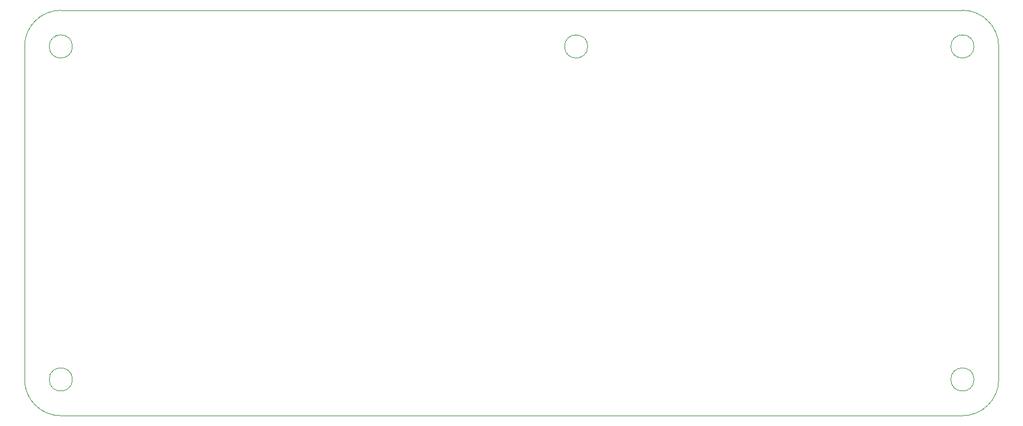
<source format=gbr>
%TF.GenerationSoftware,KiCad,Pcbnew,8.0.4*%
%TF.CreationDate,2025-03-19T10:06:26-07:00*%
%TF.ProjectId,aqp_controller,6171705f-636f-46e7-9472-6f6c6c65722e,rev0*%
%TF.SameCoordinates,Original*%
%TF.FileFunction,Profile,NP*%
%FSLAX46Y46*%
G04 Gerber Fmt 4.6, Leading zero omitted, Abs format (unit mm)*
G04 Created by KiCad (PCBNEW 8.0.4) date 2025-03-19 10:06:26*
%MOMM*%
%LPD*%
G01*
G04 APERTURE LIST*
%TA.AperFunction,Profile*%
%ADD10C,0.050000*%
%TD*%
G04 APERTURE END LIST*
D10*
X84600000Y-122750000D02*
G75*
G02*
X81400000Y-122750000I-1600000J0D01*
G01*
X81400000Y-122750000D02*
G75*
G02*
X84600000Y-122750000I1600000J0D01*
G01*
X84600000Y-76750000D02*
G75*
G02*
X81400000Y-76750000I-1600000J0D01*
G01*
X81400000Y-76750000D02*
G75*
G02*
X84600000Y-76750000I1600000J0D01*
G01*
X209000000Y-122750000D02*
G75*
G02*
X205800000Y-122750000I-1600000J0D01*
G01*
X205800000Y-122750000D02*
G75*
G02*
X209000000Y-122750000I1600000J0D01*
G01*
X155700000Y-76750000D02*
G75*
G02*
X152500000Y-76750000I-1600000J0D01*
G01*
X152500000Y-76750000D02*
G75*
G02*
X155700000Y-76750000I1600000J0D01*
G01*
X78000000Y-76750000D02*
G75*
G02*
X83000000Y-71750000I5000000J0D01*
G01*
X83000000Y-127750000D02*
X207400000Y-127750000D01*
X78000000Y-122750000D02*
X78000000Y-76750000D01*
X83000000Y-127750000D02*
G75*
G02*
X78000000Y-122750000I0J5000000D01*
G01*
X212400000Y-122750000D02*
G75*
G02*
X207400000Y-127750000I-5000000J0D01*
G01*
X212400000Y-122750000D02*
X212400000Y-76750000D01*
X209000000Y-76750000D02*
G75*
G02*
X205800000Y-76750000I-1600000J0D01*
G01*
X205800000Y-76750000D02*
G75*
G02*
X209000000Y-76750000I1600000J0D01*
G01*
X207400000Y-71750000D02*
G75*
G02*
X212400000Y-76750000I0J-5000000D01*
G01*
X207400000Y-71750000D02*
X83000000Y-71750000D01*
M02*

</source>
